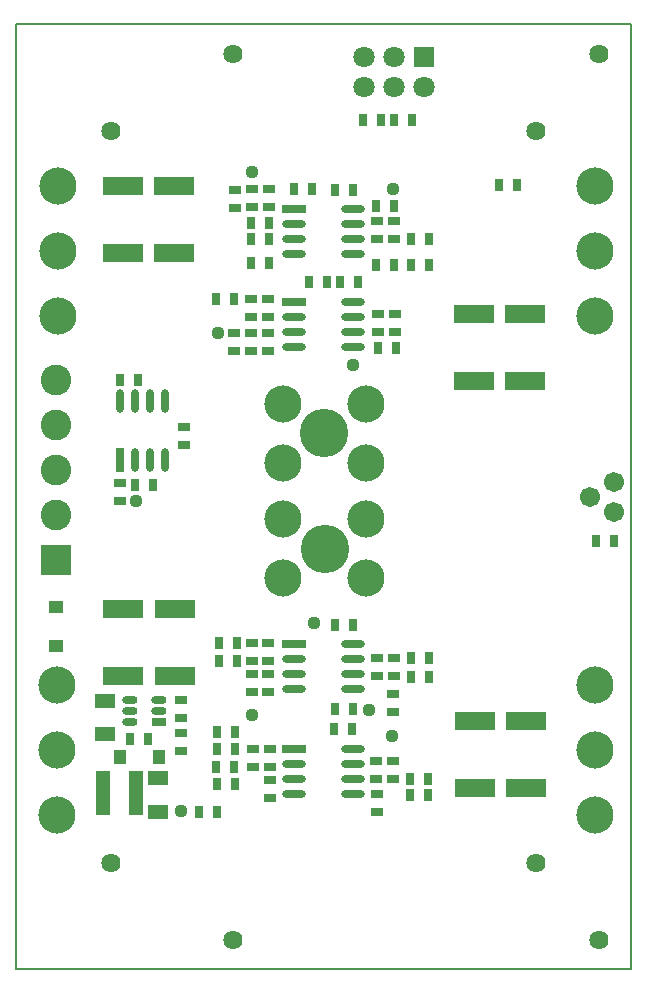
<source format=gts>
G04*
G04 #@! TF.GenerationSoftware,Altium Limited,Altium Designer,19.0.14 (431)*
G04*
G04 Layer_Color=8388736*
%FSLAX25Y25*%
%MOIN*%
G70*
G01*
G75*
%ADD10C,0.00700*%
%ADD24R,0.03156X0.03943*%
%ADD25R,0.03943X0.03156*%
%ADD26C,0.04400*%
%ADD27R,0.07093X0.04731*%
%ADD28R,0.05124X0.14967*%
%ADD29O,0.05124X0.02762*%
%ADD30R,0.05124X0.02762*%
%ADD31R,0.05124X0.03943*%
%ADD32R,0.03943X0.05124*%
%ADD33R,0.02800X0.07900*%
%ADD34O,0.02800X0.07900*%
%ADD35O,0.07900X0.02800*%
%ADD36R,0.07900X0.02800*%
%ADD37R,0.13786X0.06306*%
%ADD38C,0.06699*%
%ADD39C,0.07093*%
%ADD40R,0.07093X0.07093*%
%ADD41R,0.10243X0.10243*%
%ADD42C,0.10243*%
%ADD43C,0.06400*%
%ADD44C,0.12400*%
%ADD45C,0.16148*%
D10*
X204724Y0D02*
X204724Y314961D01*
X0D02*
X204724D01*
X0Y0D02*
X204724D01*
X-0Y314961D02*
X0Y144380D01*
X-0Y0D02*
X0Y144380D01*
D24*
X199200Y142900D02*
D03*
X193200D02*
D03*
X121400Y283200D02*
D03*
X115400D02*
D03*
X125984D02*
D03*
X131984D02*
D03*
X60800Y52470D02*
D03*
X66800D02*
D03*
X43700Y76780D02*
D03*
X37700D02*
D03*
X40657Y196580D02*
D03*
X34657D02*
D03*
X45500Y161580D02*
D03*
X39500D02*
D03*
X73500Y102780D02*
D03*
X67500D02*
D03*
X106000Y80118D02*
D03*
X112000D02*
D03*
X112200Y114780D02*
D03*
X106200D02*
D03*
X67600Y108880D02*
D03*
X73600D02*
D03*
X131300Y63480D02*
D03*
X137300D02*
D03*
X131300Y58180D02*
D03*
X137300D02*
D03*
X72700Y73380D02*
D03*
X66700D02*
D03*
X72700Y79080D02*
D03*
X66700D02*
D03*
X72600Y67380D02*
D03*
X66600D02*
D03*
X72700Y61780D02*
D03*
X66700D02*
D03*
X137600Y103680D02*
D03*
X131600D02*
D03*
Y97580D02*
D03*
X137600D02*
D03*
X112144Y86680D02*
D03*
X106144D02*
D03*
X125800Y254580D02*
D03*
X119800D02*
D03*
X106300Y259880D02*
D03*
X112300D02*
D03*
X92600Y260006D02*
D03*
X98600D02*
D03*
X97500Y229180D02*
D03*
X103500D02*
D03*
X120401Y206980D02*
D03*
X126401D02*
D03*
X166900Y261580D02*
D03*
X160900D02*
D03*
X119900Y234620D02*
D03*
X125900D02*
D03*
X131500Y234705D02*
D03*
X137500D02*
D03*
X131500Y243380D02*
D03*
X137500D02*
D03*
X78100Y235480D02*
D03*
X84100D02*
D03*
Y248880D02*
D03*
X78100D02*
D03*
X84100Y243475D02*
D03*
X78100D02*
D03*
X114000Y229180D02*
D03*
X108000D02*
D03*
X66600Y223280D02*
D03*
X72600D02*
D03*
D25*
X55700Y180700D02*
D03*
Y174700D02*
D03*
X54700Y83680D02*
D03*
Y89680D02*
D03*
Y78780D02*
D03*
Y72780D02*
D03*
X34380Y161980D02*
D03*
Y155980D02*
D03*
X125400Y91880D02*
D03*
Y85880D02*
D03*
X78500Y98280D02*
D03*
Y92280D02*
D03*
X84000Y102780D02*
D03*
Y108780D02*
D03*
Y98280D02*
D03*
Y92280D02*
D03*
X78500Y108780D02*
D03*
Y102780D02*
D03*
X120000Y63280D02*
D03*
Y69280D02*
D03*
X125400D02*
D03*
Y63280D02*
D03*
X120200Y52280D02*
D03*
Y58280D02*
D03*
X78700Y73380D02*
D03*
Y67380D02*
D03*
X84500D02*
D03*
Y73380D02*
D03*
Y57180D02*
D03*
Y63180D02*
D03*
X120100Y97780D02*
D03*
Y103780D02*
D03*
X125700D02*
D03*
Y97780D02*
D03*
X72400Y212248D02*
D03*
Y206248D02*
D03*
X126200Y218396D02*
D03*
Y212396D02*
D03*
X120400Y212331D02*
D03*
Y218331D02*
D03*
X120300Y243475D02*
D03*
Y249475D02*
D03*
X125800D02*
D03*
Y243475D02*
D03*
X83901Y212247D02*
D03*
Y206247D02*
D03*
X72700Y253880D02*
D03*
Y259880D02*
D03*
X84100Y259980D02*
D03*
Y253980D02*
D03*
X78500D02*
D03*
Y259980D02*
D03*
X78100Y212247D02*
D03*
Y206247D02*
D03*
X83900Y217365D02*
D03*
Y223365D02*
D03*
X78100Y223280D02*
D03*
Y217280D02*
D03*
D26*
X117600Y86580D02*
D03*
X54769Y52600D02*
D03*
X39700Y156080D02*
D03*
X125300Y77680D02*
D03*
X99100Y115580D02*
D03*
X78600Y84780D02*
D03*
X125600Y260080D02*
D03*
X67100Y212180D02*
D03*
X112200Y201280D02*
D03*
X78400Y265680D02*
D03*
D27*
X29400Y89490D02*
D03*
Y78270D02*
D03*
X47100Y63691D02*
D03*
Y52470D02*
D03*
D28*
X28788Y58780D02*
D03*
X39812D02*
D03*
D29*
X37758Y86046D02*
D03*
Y82306D02*
D03*
Y89786D02*
D03*
X47600D02*
D03*
Y86046D02*
D03*
D30*
Y82306D02*
D03*
D31*
X13100Y120798D02*
D03*
Y107806D02*
D03*
D32*
X47446Y70780D02*
D03*
X34454D02*
D03*
D33*
X34500Y169780D02*
D03*
D34*
X39500Y169780D02*
D03*
X44500D02*
D03*
X49500D02*
D03*
X34500Y189269D02*
D03*
X39500D02*
D03*
X44500D02*
D03*
X49500Y189269D02*
D03*
D35*
X112144Y93280D02*
D03*
X112144Y98280D02*
D03*
Y103280D02*
D03*
Y108280D02*
D03*
X92656Y93280D02*
D03*
Y98280D02*
D03*
Y103280D02*
D03*
X112044Y58280D02*
D03*
X112044Y63280D02*
D03*
Y68280D02*
D03*
Y73280D02*
D03*
X92556Y58280D02*
D03*
Y63280D02*
D03*
Y68280D02*
D03*
X112144Y238380D02*
D03*
X112144Y243380D02*
D03*
Y248380D02*
D03*
Y253380D02*
D03*
X92656Y238380D02*
D03*
Y243380D02*
D03*
Y248380D02*
D03*
X112144Y207380D02*
D03*
X112144Y212380D02*
D03*
Y217380D02*
D03*
Y222380D02*
D03*
X92656Y207380D02*
D03*
Y212380D02*
D03*
Y217380D02*
D03*
D36*
X92656Y108280D02*
D03*
X92556Y73280D02*
D03*
X92656Y253380D02*
D03*
Y222380D02*
D03*
D37*
X152862Y82921D02*
D03*
Y60480D02*
D03*
X169762Y82921D02*
D03*
Y60480D02*
D03*
X52800Y120121D02*
D03*
Y97680D02*
D03*
X35600Y120121D02*
D03*
Y97680D02*
D03*
X152400Y195960D02*
D03*
Y218401D02*
D03*
X169500Y195960D02*
D03*
Y218401D02*
D03*
X52500Y238639D02*
D03*
Y261080D02*
D03*
X35600Y238639D02*
D03*
Y261080D02*
D03*
D38*
X199174Y152474D02*
D03*
Y162474D02*
D03*
X191300Y157474D02*
D03*
D39*
X115984Y294213D02*
D03*
Y304213D02*
D03*
X125984D02*
D03*
X135984Y294213D02*
D03*
X125984D02*
D03*
D40*
X135984Y304213D02*
D03*
D41*
X13300Y136480D02*
D03*
D42*
Y151480D02*
D03*
Y166480D02*
D03*
Y181480D02*
D03*
Y196480D02*
D03*
D43*
X194286Y9843D02*
D03*
X72239D02*
D03*
Y305118D02*
D03*
X194286D02*
D03*
X173228Y279528D02*
D03*
X31496D02*
D03*
X173228Y35433D02*
D03*
X31496D02*
D03*
D44*
X192913Y94787D02*
D03*
Y51480D02*
D03*
Y73134D02*
D03*
X88920Y150023D02*
D03*
Y130338D02*
D03*
X116480D02*
D03*
Y150023D02*
D03*
X116379Y168838D02*
D03*
Y188523D02*
D03*
X88820D02*
D03*
Y168838D02*
D03*
X192913Y239382D02*
D03*
Y217728D02*
D03*
Y261035D02*
D03*
X13600Y73134D02*
D03*
Y94787D02*
D03*
Y51480D02*
D03*
X13780Y239380D02*
D03*
Y261034D02*
D03*
Y217727D02*
D03*
D45*
X102700Y140180D02*
D03*
X102600Y178680D02*
D03*
M02*

</source>
